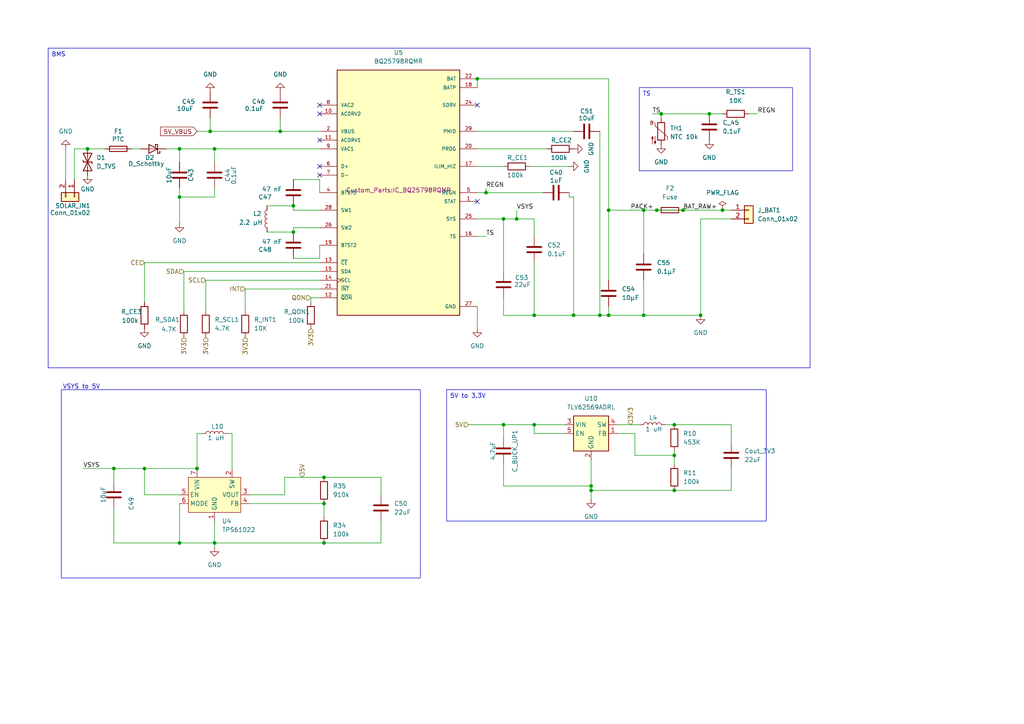
<source format=kicad_sch>
(kicad_sch (version 20250114) (generator "eeschema") (generator_version "9.0")
  (paper "A4")
  (lib_symbols
    (symbol "BQ25798RQMR:BQ25798RQMR" (pin_names (offset 1.016))
      (property "Reference" "U5" (at 0 40.64 0))
      (property "Value" "BQ25798RQMR" (at 0 38.1 0))
      (symbol "BQ25798RQMR_0_0"
        (rectangle (start -17.78 -35.56) (end 17.78 35.56) (stroke (width 0.254)) (fill (type background)))
        (pin input line (at -22.86 25.4 0) (length 5.08) (name "VAC2") (number "8"))
        (pin input line (at -22.86 22.86 0) (length 5.08) (name "ACDRV2") (number "10"))
        (pin input line (at -22.86 17.78 0) (length 5.08) (name "VBUS") (number "2"))
        (pin input line (at -22.86 17.78 0) (length 5.08) (hide yes) (name "VBUS") (number "3"))
        (pin input line (at -22.86 15.24 0) (length 5.08) (name "ACDRV1") (number "11"))
        (pin input line (at -22.86 12.7 0) (length 5.08) (name "VAC1") (number "9"))
        (pin bidirectional line (at -22.86 7.62 0) (length 5.08) (name "D+") (number "6"))
        (pin bidirectional line (at -22.86 5.08 0) (length 5.08) (name "D-") (number "7"))
        (pin input line (at -22.86 0 0) (length 5.08) (name "BTST1") (number "4"))
        (pin passive line (at -22.86 -5.08 0) (length 5.08) (name "SW1") (number "28"))
        (pin passive line (at -22.86 -10.16 0) (length 5.08) (name "SW2") (number "26"))
        (pin output line (at -22.86 -15.24 0) (length 5.08) (name "BTST2") (number "19"))
        (pin input line (at -22.86 -20.32 0) (length 5.08) (name "~{CE}") (number "13"))
        (pin bidirectional line (at -22.86 -22.86 0) (length 5.08) (name "SDA") (number "15"))
        (pin input clock (at -22.86 -25.4 0) (length 5.08) (name "SCL") (number "14"))
        (pin output line (at -22.86 -27.94 0) (length 5.08) (name "~{INT}") (number "21"))
        (pin input line (at -22.86 -30.48 0) (length 5.08) (name "~{QON}") (number "12"))
        (pin power_in line (at 22.86 33.02 180) (length 5.08) (name "BAT") (number "22"))
        (pin power_in line (at 22.86 33.02 180) (length 5.08) (hide yes) (name "BAT") (number "23"))
        (pin power_in line (at 22.86 30.48 180) (length 5.08) (name "BATP") (number "18"))
        (pin output line (at 22.86 25.4 180) (length 5.08) (name "SDRV") (number "24"))
        (pin passive line (at 22.86 17.78 180) (length 5.08) (name "PMID") (number "29"))
        (pin input line (at 22.86 12.7 180) (length 5.08) (name "PROG") (number "20"))
        (pin input line (at 22.86 7.62 180) (length 5.08) (name "ILIM_HIZ") (number "17"))
        (pin output line (at 22.86 0 180) (length 5.08) (name "REGN") (number "5"))
        (pin output line (at 22.86 -2.54 180) (length 5.08) (name "STAT") (number "1"))
        (pin input line (at 22.86 -12.7 180) (length 5.08) (name "TS") (number "16"))
        (pin power_in line (at 22.86 -33.02 180) (length 5.08) (name "GND") (number "27"))
      )
      (symbol "BQ25798RQMR_1_0"
        (pin power_out line (at 22.86 -7.62 180) (length 5.08) (name "SYS") (number "25"))
      )
    )
    (symbol "Connector_Generic:Conn_01x02" (pin_names (offset 1.016) (hide yes))
      (property "Reference" "J" (at 0 2.54 0))
      (property "Value" "Conn_01x02" (at 0 -5.08 0))
      (symbol "Conn_01x02_1_1"
        (rectangle (start -1.27 1.27) (end 1.27 -3.81) (stroke (width 0.254)) (fill (type background)))
        (rectangle (start -1.27 0.127) (end 0 -0.127) (stroke (width 0.1524)))
        (rectangle (start -1.27 -2.413) (end 0 -2.667) (stroke (width 0.1524)))
        (pin passive line (at -5.08 0 0) (length 3.81) (name "Pin_1") (number "1"))
        (pin passive line (at -5.08 -2.54 0) (length 3.81) (name "Pin_2") (number "2"))
      )
    )
    (symbol "Converter_DCDC:TPS61022"
      (property "Reference" "U" (at 0 7.62 0))
      (property "Value" "TPS61022" (at 7.62 -7.62 0))
      (symbol "TPS61022_1_1"
        (rectangle (start -7.62 5.08) (end 7.62 -5.08) (fill (type background)))
        (pin input line (at -10.16 0 0) (length 2.54) (name "EN") (number "5"))
        (pin input line (at -10.16 -2.54 0) (length 2.54) (name "MODE") (number "6"))
        (pin power_in line (at -5.08 7.62 270) (length 2.54) (name "VIN") (number "7"))
        (pin power_in line (at 0 -7.62 90) (length 2.54) (name "GND") (number "1"))
        (pin input line (at 5.08 7.62 270) (length 2.54) (name "SW") (number "2"))
        (pin power_out line (at 10.16 0 180) (length 2.54) (name "VOUT") (number "3"))
        (pin input line (at 10.16 -2.54 180) (length 2.54) (name "FB") (number "4"))
      )
    )
    (symbol "Device:C" (pin_numbers (hide yes)) (pin_names (offset 0.254))
      (property "Reference" "C" (at 0.635 2.54 0))
      (property "Value" "C" (at 0.635 -2.54 0))
      (symbol "C_0_1"
        (polyline (pts (xy -2.032 0.762) (xy 2.032 0.762)) (stroke (width 0.508)))
        (polyline (pts (xy -2.032 -0.762) (xy 2.032 -0.762)) (stroke (width 0.508)))
      )
      (symbol "C_1_1"
        (pin passive line (at 0 3.81 270) (length 2.794) (name "~") (number "1"))
        (pin passive line (at 0 -3.81 90) (length 2.794) (name "~") (number "2"))
      )
    )
    (symbol "Device:D_Schottky" (pin_numbers (hide yes)) (pin_names (offset 1.016) (hide yes))
      (property "Reference" "D" (at 0 2.54 0))
      (property "Value" "D_Schottky" (at 0 -2.54 0))
      (symbol "D_Schottky_0_1"
        (polyline (pts (xy -1.905 0.635) (xy -1.905 1.27) (xy -1.27 1.27) (xy -1.27 -1.27) (xy -0.635 -1.27) (xy -0.635 -0.635)) (stroke (width 0.254)))
        (polyline (pts (xy 1.27 1.27) (xy 1.27 -1.27) (xy -1.27 0) (xy 1.27 1.27)) (stroke (width 0.254)))
        (polyline (pts (xy 1.27 0) (xy -1.27 0)))
      )
      (symbol "D_Schottky_1_1"
        (pin passive line (at -3.81 0 0) (length 2.54) (name "K") (number "1"))
        (pin passive line (at 3.81 0 180) (length 2.54) (name "A") (number "2"))
      )
    )
    (symbol "Device:D_TVS" (pin_numbers (hide yes)) (pin_names (offset 1.016) (hide yes))
      (property "Reference" "D" (at 0 2.54 0))
      (property "Value" "D_TVS" (at 0 -2.54 0))
      (symbol "D_TVS_0_1"
        (polyline (pts (xy -2.54 1.27) (xy -2.54 -1.27) (xy 2.54 1.27) (xy 2.54 -1.27) (xy -2.54 1.27)) (stroke (width 0.254)))
        (polyline (pts (xy 0.508 1.27) (xy 0 1.27) (xy 0 -1.27) (xy -0.508 -1.27)) (stroke (width 0.254)))
        (polyline (pts (xy 1.27 0) (xy -1.27 0)))
      )
      (symbol "D_TVS_1_1"
        (pin passive line (at -3.81 0 0) (length 2.54) (name "A1") (number "1"))
        (pin passive line (at 3.81 0 180) (length 2.54) (name "A2") (number "2"))
      )
    )
    (symbol "Device:Fuse" (pin_numbers (hide yes)) (pin_names (offset 0))
      (property "Reference" "F" (at 2.032 0 90))
      (property "Value" "Fuse" (at -1.905 0 90))
      (symbol "Fuse_0_1"
        (rectangle (start -0.762 -2.54) (end 0.762 2.54) (stroke (width 0.254)))
        (polyline (pts (xy 0 2.54) (xy 0 -2.54)))
      )
      (symbol "Fuse_1_1"
        (pin passive line (at 0 3.81 270) (length 1.27) (name "~") (number "1"))
        (pin passive line (at 0 -3.81 90) (length 1.27) (name "~") (number "2"))
      )
    )
    (symbol "Device:L" (pin_numbers (hide yes)) (pin_names (offset 1.016) (hide yes))
      (property "Reference" "L" (at -1.27 0 90))
      (property "Value" "L" (at 1.905 0 90))
      (symbol "L_0_1"
        (arc (start 0 2.54) (mid 0.6323 1.905) (end 0 1.27))
        (arc (start 0 1.27) (mid 0.6323 0.635) (end 0 0))
        (arc (start 0 0) (mid 0.6323 -0.635) (end 0 -1.27))
        (arc (start 0 -1.27) (mid 0.6323 -1.905) (end 0 -2.54))
      )
      (symbol "L_1_1"
        (pin passive line (at 0 3.81 270) (length 1.27) (name "1") (number "1"))
        (pin passive line (at 0 -3.81 90) (length 1.27) (name "2") (number "2"))
      )
    )
    (symbol "Device:R" (pin_numbers (hide yes)) (pin_names (offset 0))
      (property "Reference" "R" (at 2.032 0 90))
      (property "Value" "R" (at 0 0 90))
      (symbol "R_0_1"
        (rectangle (start -1.016 -2.54) (end 1.016 2.54) (stroke (width 0.254)))
      )
      (symbol "R_1_1"
        (pin passive line (at 0 3.81 270) (length 1.27) (name "~") (number "1"))
        (pin passive line (at 0 -3.81 90) (length 1.27) (name "~") (number "2"))
      )
    )
    (symbol "Device:Thermistor_NTC" (pin_numbers (hide yes)) (pin_names (offset 0))
      (property "Reference" "TH" (at -4.445 0 90))
      (property "Value" "Thermistor_NTC" (at 3.175 0 90))
      (symbol "Thermistor_NTC_0_1"
        (arc (start -3.175 2.413) (mid -3.0506 2.3165) (end -3.048 2.159))
        (arc (start -3.048 2.794) (mid -2.9736 2.9736) (end -2.794 3.048))
        (arc (start -2.794 3.048) (mid -2.6144 2.9736) (end -2.54 2.794))
        (arc (start -2.794 2.54) (mid -2.9736 2.6144) (end -3.048 2.794))
        (arc (start -2.794 1.905) (mid -2.9736 1.9794) (end -3.048 2.159))
        (arc (start -2.54 2.159) (mid -2.6144 1.9794) (end -2.794 1.905))
        (arc (start -2.159 2.794) (mid -2.434 2.5608) (end -2.794 2.54))
        (polyline (pts (xy -2.54 2.159) (xy -2.54 2.794)))
        (polyline (pts (xy -2.54 -3.683) (xy -2.54 -1.397) (xy -2.794 -2.159) (xy -2.286 -2.159) (xy -2.54 -1.397) (xy -2.54 -1.651)) (fill (type outline)))
        (polyline (pts (xy -1.778 2.54) (xy -1.778 1.524) (xy 1.778 -1.524) (xy 1.778 -2.54)))
        (polyline (pts (xy -1.778 -1.397) (xy -1.778 -3.683) (xy -2.032 -2.921) (xy -1.524 -2.921) (xy -1.778 -3.683) (xy -1.778 -3.429)) (fill (type outline)))
        (rectangle (start -1.016 2.54) (end 1.016 -2.54) (stroke (width 0.254)))
      )
      (symbol "Thermistor_NTC_1_1"
        (pin passive line (at 0 3.81 270) (length 1.27) (name "~") (number "1"))
        (pin passive line (at 0 -3.81 90) (length 1.27) (name "~") (number "2"))
      )
    )
    (symbol "Regulator_Switching:TLV62569ADRL"
      (property "Reference" "U" (at -5.08 6.35 0))
      (property "Value" "TLV62569ADRL" (at 0 6.35 0))
      (symbol "TLV62569ADRL_0_1"
        (rectangle (start -5.08 5.08) (end 5.08 -5.08) (stroke (width 0.254)) (fill (type background)))
      )
      (symbol "TLV62569ADRL_1_1"
        (pin power_in line (at -7.62 2.54 0) (length 2.54) (name "VIN") (number "3"))
        (pin input line (at -7.62 0 0) (length 2.54) (name "EN") (number "5"))
        (pin power_in line (at 0 -7.62 90) (length 2.54) (name "GND") (number "2"))
        (pin no_connect line (at 5.08 -2.54 180) (length 2.54) (hide yes) (name "NC") (number "6"))
        (pin power_out line (at 7.62 2.54 180) (length 2.54) (name "SW") (number "4"))
        (pin input line (at 7.62 0 180) (length 2.54) (name "FB") (number "1"))
      )
    )
    (symbol "power:GND" (power) (pin_numbers (hide yes)) (pin_names (offset 0) (hide yes))
      (property "Value" "GND" (at 0 -3.81 0))
      (symbol "GND_0_1"
        (polyline (pts (xy 0 0) (xy 0 -1.27) (xy 1.27 -1.27) (xy 0 -2.54) (xy -1.27 -1.27) (xy 0 -1.27)))
      )
      (symbol "GND_1_1"
        (pin power_in line (at 0 0 270) (length 0) (name "~") (number "1"))
      )
    )
    (symbol "power:PWR_FLAG" (power) (pin_numbers (hide yes)) (pin_names (offset 0) (hide yes))
      (property "Value" "PWR_FLAG" (at 0 3.81 0))
      (symbol "PWR_FLAG_0_0"
        (pin power_out line (at 0 0 90) (length 0) (name "~") (number "1"))
      )
      (symbol "PWR_FLAG_0_1"
        (polyline (pts (xy 0 0) (xy 0 1.27) (xy -1.016 1.905) (xy 0 2.54) (xy 1.016 1.905) (xy 0 1.27)))
      )
    )
  )
  (rectangle (start 17.78 113.03) (end 121.92 167.64))
  (text "VSYS to 5V\n" (at 23.622 112.268 0) (effects (font (size 1.27 1.27))))
  (text_box "TS" (at 185.42 25.4 0) (size 44.45 24.13) (margins 0.9525 0.9525 0.9525 0.9525) (effects (font (size 1.27 1.27)) (justify left top)))
  (text_box "BMS\n" (at 13.97 13.97 0) (size 220.98 92.71) (margins 0.9525 0.9525 0.9525 0.9525) (effects (font (size 1.27 1.27)) (justify left top)))
  (text_box "5V to 3.3V\n" (at 129.54 113.03 0) (size 92.71 38.1) (margins 0.9525 0.9525 0.9525 0.9525) (effects (font (size 1.27 1.27)) (justify left top)))
  (junction (at 203.2 91.44))
  (junction (at 171.45 142.24))
  (junction (at 209.55 60.96))
  (junction (at 62.23 43.18))
  (junction (at 52.07 43.18))
  (junction (at 146.05 123.19))
  (junction (at 33.02 135.89))
  (junction (at 52.07 57.15))
  (junction (at 41.91 135.89))
  (junction (at 195.58 142.24))
  (junction (at 205.74 33.02))
  (junction (at 191.77 33.02))
  (junction (at 146.05 63.5))
  (junction (at 52.07 157.48))
  (junction (at 176.53 60.96))
  (junction (at 186.69 60.96))
  (junction (at 93.98 138.43))
  (junction (at 195.58 132.08))
  (junction (at 195.58 123.19))
  (junction (at 171.45 140.97))
  (junction (at 176.53 91.44))
  (junction (at 81.28 38.1))
  (junction (at 166.37 91.44))
  (junction (at 57.15 135.89))
  (junction (at 85.09 59.69))
  (junction (at 154.94 91.44))
  (junction (at 85.09 67.31))
  (junction (at 140.97 55.88))
  (junction (at 173.99 91.44))
  (junction (at 25.4 43.18))
  (junction (at 154.94 123.19))
  (junction (at 93.98 146.05))
  (junction (at 62.23 157.48))
  (junction (at 149.86 63.5))
  (junction (at 190.5 60.96))
  (junction (at 198.12 60.96))
  (junction (at 138.43 22.86))
  (junction (at 60.96 38.1))
  (junction (at 186.69 91.44))
  (junction (at 93.98 157.48))
  (no_connect (at 92.71 33.02))
  (no_connect (at 92.71 48.26))
  (no_connect (at 92.71 40.64))
  (no_connect (at 92.71 30.48))
  (no_connect (at 138.43 58.42))
  (no_connect (at 92.71 50.8))
  (no_connect (at 138.43 30.48))
  (wire (pts (xy 90.17 87.63) (xy 90.17 86.36)))
  (wire (pts (xy 146.05 140.97) (xy 171.45 140.97)))
  (wire (pts (xy 203.2 91.44) (xy 203.2 63.5)))
  (wire (pts (xy 62.23 157.48) (xy 93.98 157.48)))
  (wire (pts (xy 77.47 67.31) (xy 85.09 67.31)))
  (wire (pts (xy 154.94 68.58) (xy 154.94 63.5)))
  (wire (pts (xy 195.58 142.24) (xy 212.09 142.24)))
  (wire (pts (xy 93.98 146.05) (xy 93.98 149.86)))
  (wire (pts (xy 173.99 38.1) (xy 173.99 91.44)))
  (wire (pts (xy 52.07 143.51) (xy 41.91 143.51)))
  (wire (pts (xy 165.1 48.26) (xy 153.67 48.26)))
  (wire (pts (xy 62.23 43.18) (xy 62.23 46.99)))
  (wire (pts (xy 154.94 91.44) (xy 166.37 91.44)))
  (wire (pts (xy 92.71 74.93) (xy 92.71 71.12)))
  (wire (pts (xy 21.59 52.07) (xy 21.59 43.18)))
  (wire (pts (xy 186.69 60.96) (xy 190.5 60.96)))
  (wire (pts (xy 165.1 57.15) (xy 165.1 55.88)))
  (wire (pts (xy 165.1 57.15) (xy 166.37 57.15)))
  (wire (pts (xy 166.37 91.44) (xy 173.99 91.44)))
  (wire (pts (xy 138.43 22.86) (xy 176.53 22.86)))
  (wire (pts (xy 157.48 55.88) (xy 140.97 55.88)))
  (wire (pts (xy 166.37 57.15) (xy 166.37 91.44)))
  (wire (pts (xy 149.86 63.5) (xy 146.05 63.5)))
  (wire (pts (xy 41.91 143.51) (xy 41.91 135.89)))
  (wire (pts (xy 110.49 138.43) (xy 93.98 138.43)))
  (wire (pts (xy 59.69 81.28) (xy 59.69 90.17)))
  (wire (pts (xy 163.83 125.73) (xy 154.94 125.73)))
  (wire (pts (xy 59.69 81.28) (xy 92.71 81.28)))
  (wire (pts (xy 92.71 76.2) (xy 41.91 76.2)))
  (wire (pts (xy 24.13 135.89) (xy 33.02 135.89)))
  (wire (pts (xy 176.53 60.96) (xy 176.53 81.28)))
  (wire (pts (xy 52.07 43.18) (xy 52.07 46.99)))
  (wire (pts (xy 77.47 59.69) (xy 85.09 59.69)))
  (wire (pts (xy 92.71 52.07) (xy 92.71 55.88)))
  (wire (pts (xy 52.07 57.15) (xy 62.23 57.15)))
  (wire (pts (xy 193.04 123.19) (xy 195.58 123.19)))
  (wire (pts (xy 62.23 43.18) (xy 52.07 43.18)))
  (wire (pts (xy 186.69 81.28) (xy 186.69 91.44)))
  (wire (pts (xy 217.17 33.02) (xy 219.71 33.02)))
  (wire (pts (xy 163.83 123.19) (xy 154.94 123.19)))
  (wire (pts (xy 52.07 146.05) (xy 52.07 157.48)))
  (wire (pts (xy 176.53 91.44) (xy 186.69 91.44)))
  (wire (pts (xy 41.91 76.2) (xy 41.91 87.63)))
  (wire (pts (xy 212.09 135.89) (xy 212.09 142.24)))
  (wire (pts (xy 146.05 123.19) (xy 135.89 123.19)))
  (wire (pts (xy 154.94 123.19) (xy 146.05 123.19)))
  (wire (pts (xy 171.45 140.97) (xy 171.45 142.24)))
  (wire (pts (xy 186.69 60.96) (xy 186.69 73.66)))
  (wire (pts (xy 82.55 138.43) (xy 82.55 143.51)))
  (wire (pts (xy 176.53 60.96) (xy 186.69 60.96)))
  (wire (pts (xy 205.74 33.02) (xy 209.55 33.02)))
  (wire (pts (xy 138.43 48.26) (xy 146.05 48.26)))
  (wire (pts (xy 176.53 60.96) (xy 176.53 22.86)))
  (wire (pts (xy 62.23 54.61) (xy 62.23 57.15)))
  (wire (pts (xy 82.55 138.43) (xy 93.98 138.43)))
  (wire (pts (xy 154.94 76.2) (xy 154.94 91.44)))
  (wire (pts (xy 71.12 83.82) (xy 92.71 83.82)))
  (wire (pts (xy 25.4 43.18) (xy 30.48 43.18)))
  (wire (pts (xy 71.12 83.82) (xy 71.12 90.17)))
  (wire (pts (xy 81.28 38.1) (xy 92.71 38.1)))
  (wire (pts (xy 138.43 22.86) (xy 138.43 25.4)))
  (wire (pts (xy 146.05 134.62) (xy 146.05 140.97)))
  (wire (pts (xy 138.43 68.58) (xy 140.97 68.58)))
  (wire (pts (xy 203.2 63.5) (xy 212.09 63.5)))
  (wire (pts (xy 38.1 43.18) (xy 40.64 43.18)))
  (wire (pts (xy 138.43 43.18) (xy 158.75 43.18)))
  (wire (pts (xy 60.96 38.1) (xy 81.28 38.1)))
  (wire (pts (xy 146.05 78.74) (xy 146.05 63.5)))
  (wire (pts (xy 92.71 78.74) (xy 53.34 78.74)))
  (wire (pts (xy 146.05 127) (xy 146.05 123.19)))
  (wire (pts (xy 19.05 43.18) (xy 19.05 52.07)))
  (wire (pts (xy 212.09 128.27) (xy 212.09 123.19)))
  (wire (pts (xy 33.02 135.89) (xy 33.02 139.7)))
  (wire (pts (xy 67.31 135.89) (xy 67.31 125.73)))
  (wire (pts (xy 195.58 142.24) (xy 171.45 142.24)))
  (wire (pts (xy 173.99 91.44) (xy 176.53 91.44)))
  (wire (pts (xy 67.31 125.73) (xy 66.04 125.73)))
  (wire (pts (xy 186.69 91.44) (xy 203.2 91.44)))
  (wire (pts (xy 82.55 143.51) (xy 72.39 143.51)))
  (wire (pts (xy 62.23 157.48) (xy 62.23 158.75)))
  (wire (pts (xy 198.12 60.96) (xy 190.5 60.96)))
  (wire (pts (xy 179.07 123.19) (xy 185.42 123.19)))
  (wire (pts (xy 212.09 123.19) (xy 195.58 123.19)))
  (wire (pts (xy 195.58 132.08) (xy 195.58 134.62)))
  (wire (pts (xy 179.07 125.73) (xy 184.15 125.73)))
  (wire (pts (xy 209.55 60.96) (xy 212.09 60.96)))
  (wire (pts (xy 62.23 43.18) (xy 92.71 43.18)))
  (wire (pts (xy 52.07 54.61) (xy 52.07 57.15)))
  (wire (pts (xy 81.28 34.29) (xy 81.28 38.1)))
  (wire (pts (xy 33.02 135.89) (xy 41.91 135.89)))
  (wire (pts (xy 184.15 125.73) (xy 184.15 132.08)))
  (wire (pts (xy 176.53 88.9) (xy 176.53 91.44)))
  (wire (pts (xy 195.58 130.81) (xy 195.58 132.08)))
  (wire (pts (xy 171.45 142.24) (xy 171.45 144.78)))
  (wire (pts (xy 85.09 66.04) (xy 92.71 66.04)))
  (wire (pts (xy 52.07 157.48) (xy 62.23 157.48)))
  (wire (pts (xy 140.97 54.61) (xy 140.97 55.88)))
  (wire (pts (xy 85.09 59.69) (xy 85.09 60.96)))
  (wire (pts (xy 166.37 38.1) (xy 138.43 38.1)))
  (wire (pts (xy 48.26 43.18) (xy 52.07 43.18)))
  (wire (pts (xy 41.91 135.89) (xy 57.15 135.89)))
  (wire (pts (xy 53.34 78.74) (xy 53.34 90.17)))
  (wire (pts (xy 57.15 125.73) (xy 57.15 135.89)))
  (wire (pts (xy 191.77 33.02) (xy 205.74 33.02)))
  (wire (pts (xy 58.42 125.73) (xy 57.15 125.73)))
  (wire (pts (xy 110.49 151.13) (xy 110.49 157.48)))
  (wire (pts (xy 33.02 147.32) (xy 33.02 157.48)))
  (wire (pts (xy 85.09 67.31) (xy 85.09 66.04)))
  (wire (pts (xy 62.23 151.13) (xy 62.23 157.48)))
  (wire (pts (xy 85.09 74.93) (xy 92.71 74.93)))
  (wire (pts (xy 57.15 38.1) (xy 60.96 38.1)))
  (wire (pts (xy 138.43 63.5) (xy 146.05 63.5)))
  (wire (pts (xy 191.77 33.02) (xy 191.77 34.29)))
  (wire (pts (xy 85.09 60.96) (xy 92.71 60.96)))
  (wire (pts (xy 85.09 52.07) (xy 92.71 52.07)))
  (wire (pts (xy 110.49 157.48) (xy 93.98 157.48)))
  (wire (pts (xy 90.17 86.36) (xy 92.71 86.36)))
  (wire (pts (xy 146.05 91.44) (xy 154.94 91.44)))
  (wire (pts (xy 72.39 146.05) (xy 93.98 146.05)))
  (wire (pts (xy 21.59 43.18) (xy 25.4 43.18)))
  (wire (pts (xy 198.12 60.96) (xy 209.55 60.96)))
  (wire (pts (xy 154.94 125.73) (xy 154.94 123.19)))
  (wire (pts (xy 184.15 132.08) (xy 195.58 132.08)))
  (wire (pts (xy 110.49 143.51) (xy 110.49 138.43)))
  (wire (pts (xy 138.43 88.9) (xy 138.43 95.25)))
  (wire (pts (xy 154.94 63.5) (xy 149.86 63.5)))
  (wire (pts (xy 140.97 55.88) (xy 138.43 55.88)))
  (wire (pts (xy 33.02 157.48) (xy 52.07 157.48)))
  (wire (pts (xy 189.23 33.02) (xy 191.77 33.02)))
  (wire (pts (xy 171.45 133.35) (xy 171.45 140.97)))
  (wire (pts (xy 149.86 60.96) (xy 149.86 63.5)))
  (wire (pts (xy 52.07 64.77) (xy 52.07 57.15)))
  (wire (pts (xy 146.05 86.36) (xy 146.05 91.44)))
  (wire (pts (xy 60.96 34.29) (xy 60.96 38.1)))
  (label "VSYS" (at 24.13 135.89 0))
  (label "BAT_RAW+" (at 198.12 60.96 0))
  (label "VSYS" (at 149.86 60.96 0))
  (label "PACK+" (at 182.88 60.96 0))
  (label "TS" (at 189.23 33.02 0))
  (label "REGN" (at 140.97 54.61 0))
  (label "REGN" (at 219.71 33.02 0))
  (label "TS" (at 140.97 68.58 0))
  (global_label "5V_VBUS" (shape input) (at 57.15 38.1 180) (property "Intersheetrefs" "${INTERSHEET_REFS}" (effects (hide yes))))
  (hierarchical_label "5V" (shape input) (at 135.89 123.19 180))
  (hierarchical_label "CE" (shape input) (at 41.91 76.2 180))
  (hierarchical_label "SCL" (shape input) (at 59.69 81.28 180))
  (hierarchical_label "SDA" (shape input) (at 53.34 78.74 180))
  (hierarchical_label "3V3" (shape input) (at 71.12 97.79 270))
  (hierarchical_label "3V3" (shape input) (at 59.69 97.79 270))
  (hierarchical_label "3V3" (shape input) (at 90.17 95.25 270))
  (hierarchical_label "QON" (shape input) (at 90.17 86.36 180))
  (hierarchical_label "INT" (shape input) (at 71.12 83.82 180))
  (hierarchical_label "3V3" (shape input) (at 182.88 123.19 90))
  (hierarchical_label "3V3" (shape input) (at 53.34 97.79 270))
  (hierarchical_label "5V" (shape input) (at 87.63 138.43 90))
  (symbol (lib_id "Device:C") (at 85.09 55.88 0) (mirror y) (unit 1)
    (property "Reference" "C47" (at 74.93 57.15 0) (effects (justify right)))
    (property "Value" "47 nF" (at 75.946 54.864 0) (effects (justify right)))
    (property "Footprint" "Capacitor_SMD:C_0402_1005Metric" (effects (hide yes)))
    (property "Description" "Unpolarized capacitor" (effects (hide yes)))
  )
  (symbol (lib_id "Device:L") (at 77.47 63.5 180) (unit 1)
    (property "Reference" "L2" (at 73.406 61.976 0) (effects (justify right)))
    (property "Value" "2.2 µH" (at 69.342 64.516 0) (effects (justify right)))
    (property "Footprint" "Inductor_SMD:L_7.3x7.3_H3.5" (effects (hide yes)))
    (property "Description" "Inductor" (effects (hide yes)))
  )
  (symbol (lib_id "Device:C") (at 186.69 77.47 0) (unit 1)
    (property "Reference" "C55" (at 190.5 76.1999 0) (effects (justify left)))
    (property "Value" "0.1µF" (at 190.5 78.7399 0) (effects (justify left)))
    (property "Footprint" "Capacitor_SMD:C_0402_1005Metric" (effects (hide yes)))
    (property "Description" "Unpolarized capacitor" (effects (hide yes)))
  )
  (symbol (lib_id "Device:R") (at 59.69 93.98 0) (unit 1)
    (property "Reference" "R_SCL1" (at 62.23 92.7099 0) (effects (justify left)))
    (property "Value" "4.7K" (at 62.23 95.2499 0) (effects (justify left)))
    (property "Footprint" "Resistor_SMD:R_0603_1608Metric" (effects (hide yes)))
    (property "Description" "Resistor" (effects (hide yes)))
  )
  (symbol (lib_id "Device:Fuse") (at 194.31 60.96 90) (unit 1)
    (property "Reference" "F2" (at 194.31 54.61 90))
    (property "Value" "Fuse" (at 194.31 57.15 90))
    (property "Footprint" "Fuse:Fuse_1206_3216Metric" (effects (hide yes)))
    (property "Description" "Fuse" (effects (hide yes)))
  )
  (symbol (lib_id "power:GND") (at 62.23 158.75 0) (unit 1)
    (property "Reference" "#PWR0108" (effects (hide yes)))
    (property "Value" "GND" (at 62.23 163.83 0))
    (property "Description" "Power symbol creates a global label with name \"GND\" , ground" (effects (hide yes)))
  )
  (symbol (lib_id "Device:C") (at 81.28 30.48 180) (unit 1)
    (property "Reference" "C46" (at 76.962 29.464 0) (effects (justify left)))
    (property "Value" "0.1uF" (at 76.454 31.496 0) (effects (justify left)))
    (property "Footprint" "Capacitor_SMD:C_0805_2012Metric" (effects (hide yes)))
    (property "Description" "Unpolarized capacitor" (effects (hide yes)))
  )
  (symbol (lib_id "power:GND") (at 165.1 48.26 90) (unit 1)
    (property "Reference" "#PWR040" (effects (hide yes)))
    (property "Value" "GND" (at 170.18 48.26 0))
    (property "Description" "Power symbol creates a global label with name \"GND\" , ground" (effects (hide yes)))
  )
  (symbol (lib_id "power:GND") (at 138.43 95.25 0) (unit 1)
    (property "Reference" "#PWR0105" (effects (hide yes)))
    (property "Value" "GND" (at 138.43 100.33 0))
    (property "Description" "Power symbol creates a global label with name \"GND\" , ground" (effects (hide yes)))
  )
  (symbol (lib_id "Device:R") (at 149.86 48.26 90) (unit 1)
    (property "Reference" "R_CE1" (at 153.162 45.72 90) (effects (justify left)))
    (property "Value" "100k" (at 151.892 50.8 90) (effects (justify left)))
    (property "Footprint" "Resistor_SMD:R_0603_1608Metric" (effects (hide yes)))
    (property "Description" "Resistor" (effects (hide yes)))
  )
  (symbol (lib_id "Device:L") (at 189.23 123.19 90) (unit 1)
    (property "Reference" "L4" (at 188.214 121.158 90) (effects (justify right)))
    (property "Value" "1 uH" (at 187.198 124.46 90) (effects (justify right)))
    (property "Footprint" "Inductor_SMD:L_7.3x7.3_H3.5" (effects (hide yes)))
    (property "Description" "Inductor" (effects (hide yes)))
  )
  (symbol (lib_id "Device:C") (at 146.05 82.55 0) (unit 1)
    (property "Reference" "C53" (at 149.352 80.518 0) (effects (justify left)))
    (property "Value" "22uF" (at 149.098 82.55 0) (effects (justify left)))
    (property "Footprint" "Capacitor_SMD:C_0805_2012Metric" (effects (hide yes)))
    (property "Description" "Unpolarized capacitor" (effects (hide yes)))
  )
  (symbol (lib_id "power:GND") (at 52.07 64.77 0) (unit 1)
    (property "Reference" "#PWR033" (effects (hide yes)))
    (property "Value" "GND" (at 52.07 69.85 0))
    (property "Description" "Power symbol creates a global label with name \"GND\" , ground" (effects (hide yes)))
  )
  (symbol (lib_id "Device:R") (at 195.58 127 0) (unit 1)
    (property "Reference" "R10" (at 198.12 125.7299 0) (effects (justify left)))
    (property "Value" "453K" (at 198.12 128.2699 0) (effects (justify left)))
    (property "Footprint" "Resistor_SMD:R_0603_1608Metric" (effects (hide yes)))
    (property "Description" "Resistor" (effects (hide yes)))
  )
  (symbol (lib_id "Device:L") (at 62.23 125.73 90) (unit 1)
    (property "Reference" "L10" (at 61.214 123.698 90) (effects (justify right)))
    (property "Value" "1 uH" (at 60.198 127 90) (effects (justify right)))
    (property "Footprint" "Inductor_SMD:L_7.3x7.3_H3.5" (effects (hide yes)))
    (property "Description" "Inductor" (effects (hide yes)))
  )
  (symbol (lib_id "power:GND") (at 171.45 144.78 0) (unit 1)
    (property "Reference" "#PWR0104" (effects (hide yes)))
    (property "Value" "GND" (at 171.45 149.86 0))
    (property "Description" "Power symbol creates a global label with name \"GND\" , ground" (effects (hide yes)))
  )
  (symbol (lib_id "power:PWR_FLAG") (at 209.55 60.96 0) (unit 1)
    (property "Reference" "#FLG02" (effects (hide yes)))
    (property "Value" "PWR_FLAG" (at 209.55 55.88 0))
    (property "Description" "Special symbol for telling ERC where power comes from" (effects (hide yes)))
  )
  (symbol (lib_id "Device:C") (at 60.96 30.48 180) (unit 1)
    (property "Reference" "C45" (at 56.642 29.464 0) (effects (justify left)))
    (property "Value" "10uF" (at 56.134 31.496 0) (effects (justify left)))
    (property "Footprint" "Capacitor_SMD:C_0805_2012Metric" (effects (hide yes)))
    (property "Description" "Unpolarized capacitor" (effects (hide yes)))
  )
  (symbol (lib_id "Device:R") (at 213.36 33.02 270) (unit 1)
    (property "Reference" "R_TS1" (at 213.36 26.67 90))
    (property "Value" "10K" (at 213.36 29.21 90))
    (property "Footprint" "Resistor_SMD:R_0603_1608Metric" (effects (hide yes)))
    (property "Description" "Resistor" (effects (hide yes)))
  )
  (symbol (lib_id "Device:C") (at 161.29 55.88 90) (unit 1)
    (property "Reference" "C40" (at 161.29 50.038 90))
    (property "Value" "1uF" (at 161.29 52.324 90))
    (property "Footprint" "Capacitor_SMD:C_0402_1005Metric" (effects (hide yes)))
    (property "Description" "Unpolarized capacitor" (effects (hide yes)))
  )
  (symbol (lib_id "power:GND") (at 19.05 43.18 180) (unit 1)
    (property "Reference" "#PWR037" (effects (hide yes)))
    (property "Value" "GND" (at 19.05 38.1 0))
    (property "Description" "Power symbol creates a global label with name \"GND\" , ground" (effects (hide yes)))
  )
  (symbol (lib_id "power:GND") (at 81.28 26.67 180) (unit 1)
    (property "Reference" "#PWR0107" (effects (hide yes)))
    (property "Value" "GND" (at 81.28 21.59 0))
    (property "Description" "Power symbol creates a global label with name \"GND\" , ground" (effects (hide yes)))
  )
  (symbol (lib_id "Device:Thermistor_NTC") (at 191.77 38.1 0) (unit 1)
    (property "Reference" "TH1" (at 194.31 37.1474 0) (effects (justify left)))
    (property "Value" "NTC 10k" (at 194.31 39.6874 0) (effects (justify left)))
    (property "Footprint" "Resistor_SMD:R_0603_1608Metric" (effects (hide yes)))
    (property "Description" "Temperature dependent resistor, negative temperature coefficient" (effects (hide yes)))
  )
  (symbol (lib_id "Device:C") (at 62.23 50.8 180) (unit 1)
    (property "Reference" "C44" (at 66.04 50.8 90))
    (property "Value" "0.1uF" (at 67.818 50.8 90))
    (property "Footprint" "Capacitor_SMD:C_0603_1608Metric" (effects (hide yes)))
    (property "Description" "Unpolarized capacitor" (effects (hide yes)))
  )
  (symbol (lib_id "power:GND") (at 60.96 26.67 180) (unit 1)
    (property "Reference" "#PWR035" (effects (hide yes)))
    (property "Value" "GND" (at 60.96 21.59 0))
    (property "Description" "Power symbol creates a global label with name \"GND\" , ground" (effects (hide yes)))
  )
  (symbol (lib_id "Device:C") (at 212.09 132.08 0) (unit 1)
    (property "Reference" "Cout_3V3" (at 215.9 130.8099 0) (effects (justify left)))
    (property "Value" "22uF" (at 215.9 133.3499 0) (effects (justify left)))
    (property "Footprint" "Capacitor_SMD:C_0603_1608Metric" (effects (hide yes)))
    (property "Description" "Unpolarized capacitor" (effects (hide yes)))
  )
  (symbol (lib_id "Connector_Generic:Conn_01x02") (at 217.17 60.96 0) (unit 1)
    (property "Reference" "J_BAT1" (at 219.71 60.9599 0) (effects (justify left)))
    (property "Value" "Conn_01x02" (at 219.71 63.4999 0) (effects (justify left)))
    (property "Footprint" "Connector_PinHeader_1.27mm:PinHeader_1x02_P1.27mm_Vertical" (effects (hide yes)))
    (property "Description" "Generic connector, single row, 01x02, script generated (kicad-library-utils/schlib/autogen/connector/)" (effects (hide yes)))
  )
  (symbol (lib_id "Device:C") (at 52.07 50.8 0) (unit 1)
    (property "Reference" "C43" (at 55.372 50.8 90))
    (property "Value" "10uF" (at 49.022 50.8 90))
    (property "Footprint" "Capacitor_SMD:C_0603_1608Metric" (effects (hide yes)))
    (property "Description" "Unpolarized capacitor" (effects (hide yes)))
  )
  (symbol (lib_id "Device:D_TVS") (at 25.4 46.99 90) (unit 1)
    (property "Reference" "D1" (at 27.94 45.7199 90) (effects (justify right)))
    (property "Value" "D_TVS" (at 27.94 48.2599 90) (effects (justify right)))
    (property "Footprint" "Diode_SMD:D_SMA" (effects (hide yes)))
    (property "Description" "Bidirectional transient-voltage-suppression diode" (effects (hide yes)))
  )
  (symbol (lib_id "power:GND") (at 166.37 43.18 90) (unit 1)
    (property "Reference" "#PWR041" (effects (hide yes)))
    (property "Value" "GND" (at 171.45 43.18 0))
    (property "Description" "Power symbol creates a global label with name \"GND\" , ground" (effects (hide yes)))
  )
  (symbol (lib_id "Device:R") (at 162.56 43.18 90) (unit 1)
    (property "Reference" "R_CE2" (at 165.862 40.64 90) (effects (justify left)))
    (property "Value" "100k" (at 164.592 45.72 90) (effects (justify left)))
    (property "Footprint" "Resistor_SMD:R_0603_1608Metric" (effects (hide yes)))
    (property "Description" "Resistor" (effects (hide yes)))
  )
  (symbol (lib_id "Device:C") (at 176.53 85.09 0) (unit 1)
    (property "Reference" "C54" (at 180.34 83.8199 0) (effects (justify left)))
    (property "Value" "10µF" (at 180.34 86.3599 0) (effects (justify left)))
    (property "Footprint" "Capacitor_SMD:C_0603_1608Metric" (effects (hide yes)))
    (property "Description" "Unpolarized capacitor" (effects (hide yes)))
  )
  (symbol (lib_id "Device:D_Schottky") (at 44.45 43.18 180) (unit 1)
    (property "Reference" "D2" (at 43.434 45.72 0))
    (property "Value" "D_Schottky" (at 42.418 47.498 0))
    (property "Footprint" "Diode_SMD:D_SMA" (effects (hide yes)))
    (property "Description" "Schottky diode" (effects (hide yes)))
  )
  (symbol (lib_id "Device:R") (at 93.98 153.67 0) (unit 1)
    (property "Reference" "R34" (at 96.52 152.3999 0) (effects (justify left)))
    (property "Value" "100k" (at 96.52 154.9399 0) (effects (justify left)))
    (property "Footprint" "Resistor_SMD:R_0603_1608Metric" (effects (hide yes)))
    (property "Description" "Resistor" (effects (hide yes)))
  )
  (symbol (lib_id "Regulator_Switching:TLV62569ADRL") (at 171.45 125.73 0) (unit 1)
    (property "Reference" "U10" (at 171.45 115.57 0))
    (property "Value" "TLV62569ADRL" (at 171.45 118.11 0))
    (property "Footprint" "Package_TO_SOT_SMD:SOT-563" (effects (hide yes)))
    (property "Datasheet" "https://www.ti.com/lit/gpn/tlv62569a" (effects (hide yes)))
    (property "Description" "High Efficiency Synchronous Buck Converter with forced PWM, Adjustable Output 0.6V-5.5V, 2A, SOT-563-6" (effects (hide yes)))
  )
  (symbol (lib_id "Device:R") (at 93.98 142.24 0) (unit 1)
    (property "Reference" "R35" (at 96.52 140.9699 0) (effects (justify left)))
    (property "Value" "910k" (at 96.52 143.5099 0) (effects (justify left)))
    (property "Footprint" "Resistor_SMD:R_0603_1608Metric" (effects (hide yes)))
    (property "Description" "Resistor" (effects (hide yes)))
  )
  (symbol (lib_id "Device:R") (at 195.58 138.43 0) (unit 1)
    (property "Reference" "R11" (at 198.12 137.1599 0) (effects (justify left)))
    (property "Value" "100k" (at 198.12 139.6999 0) (effects (justify left)))
    (property "Footprint" "Resistor_SMD:R_0603_1608Metric" (effects (hide yes)))
    (property "Description" "Resistor" (effects (hide yes)))
  )
  (symbol (lib_id "Device:C") (at 33.02 143.51 0) (unit 1)
    (property "Reference" "C49" (at 38.1 146.05 90))
    (property "Value" "10uF" (at 29.972 143.51 90))
    (property "Footprint" "Capacitor_SMD:C_0603_1608Metric" (effects (hide yes)))
    (property "Description" "Unpolarized capacitor" (effects (hide yes)))
  )
  (symbol (lib_id "Device:R") (at 90.17 91.44 0) (unit 1)
    (property "Reference" "R_QON1" (at 82.296 90.424 0) (effects (justify left)))
    (property "Value" "100k" (at 83.566 92.964 0) (effects (justify left)))
    (property "Footprint" "Resistor_SMD:R_0603_1608Metric" (effects (hide yes)))
    (property "Description" "Resistor" (effects (hide yes)))
  )
  (symbol (lib_id "power:GND") (at 41.91 95.25 0) (unit 1)
    (property "Reference" "#PWR039" (effects (hide yes)))
    (property "Value" "GND" (at 41.91 100.33 0))
    (property "Description" "Power symbol creates a global label with name \"GND\" , ground" (effects (hide yes)))
  )
  (symbol (lib_id "power:GND") (at 203.2 91.44 0) (unit 1)
    (property "Reference" "#PWR032" (effects (hide yes)))
    (property "Value" "GND" (at 203.2 96.52 0))
    (property "Description" "Power symbol creates a global label with name \"GND\" , ground" (effects (hide yes)))
  )
  (symbol (lib_id "power:GND") (at 205.74 40.64 0) (unit 1)
    (property "Reference" "#PWR0106" (effects (hide yes)))
    (property "Value" "GND" (at 205.74 45.72 0))
    (property "Description" "Power symbol creates a global label with name \"GND\" , ground" (effects (hide yes)))
  )
  (symbol (lib_id "Device:C") (at 154.94 72.39 0) (unit 1)
    (property "Reference" "C52" (at 158.75 71.1199 0) (effects (justify left)))
    (property "Value" "0.1uF" (at 158.75 73.6599 0) (effects (justify left)))
    (property "Footprint" "Capacitor_SMD:C_0402_1005Metric" (effects (hide yes)))
    (property "Description" "Unpolarized capacitor" (effects (hide yes)))
  )
  (symbol (lib_id "power:GND") (at 25.4 50.8 0) (unit 1)
    (property "Reference" "#PWR038" (effects (hide yes)))
    (property "Value" "GND" (at 25.4 54.864 0))
    (property "Description" "Power symbol creates a global label with name \"GND\" , ground" (effects (hide yes)))
  )
  (symbol (lib_id "Device:C") (at 205.74 36.83 180) (unit 1)
    (property "Reference" "C_45" (at 209.55 35.5599 0) (effects (justify right)))
    (property "Value" "0.1uF" (at 209.55 38.0999 0) (effects (justify right)))
    (property "Footprint" "Capacitor_SMD:C_0603_1608Metric" (effects (hide yes)))
    (property "Description" "Unpolarized capacitor" (effects (hide yes)))
  )
  (symbol (lib_id "Connector_Generic:Conn_01x02") (at 21.59 57.15 270) (unit 1)
    (property "Reference" "SOLAR_IN1" (at 16.002 59.69 90) (effects (justify left)))
    (property "Value" "Conn_01x02" (at 14.478 61.722 90) (effects (justify left)))
    (property "Footprint" "Connector_JST:JST_PH_S2B-PH-K_1x02_P2.00mm_Horizontal" (effects (hide yes)))
    (property "Description" "Generic connector, single row, 01x02, script generated (kicad-library-utils/schlib/autogen/connector/)" (effects (hide yes)))
  )
  (symbol (lib_id "Device:R") (at 53.34 93.98 0) (unit 1)
    (property "Reference" "R_SDA1" (at 44.958 92.71 0) (effects (justify left)))
    (property "Value" "4.7K" (at 46.736 95.504 0) (effects (justify left)))
    (property "Footprint" "Resistor_SMD:R_0603_1608Metric" (effects (hide yes)))
    (property "Description" "Resistor" (effects (hide yes)))
  )
  (symbol (lib_id "BQ25798RQMR:BQ25798RQMR") (at 115.57 55.88 0) (unit 1)
    (property "Reference" "U5" (at 115.57 15.24 0))
    (property "Value" "BQ25798RQMR" (at 115.57 17.78 0))
    (property "Footprint" "Custom_Parts:IC_BQ25798RQMR" (at 115.57 55.88 0) (effects (justify bottom)))
    (property "MF" "Texas Instruments" (effects (hide yes)))
    (property "MAXIMUM_PACKAGE_HEIGHT" "1.0mm" (effects (hide yes)))
    (property "Package" "VFQFN-29 Texas Instruments" (effects (hide yes)))
    (property "Price" "None" (effects (hide yes)))
    (property "Check_prices" "https://www.snapeda.com/parts/BQ25798RQMR/Texas+Instruments/view-part/?ref=eda" (effects (hide yes)))
    (property "STANDARD" "Manufacturer Recommendations" (effects (hide yes)))
    (property "PARTREV" "B" (effects (hide yes)))
    (property "SnapEDA_Link" "https://www.snapeda.com/parts/BQ25798RQMR/Texas+Instruments/view-part/?ref=snap" (effects (hide yes)))
    (property "MP" "BQ25798RQMR" (effects (hide yes)))
    (property "Description_1" "I²C controlled, 1-4-cell, 5-A buck-boost solar battery charger with dual-input selector and MPPT" (effects (hide yes)))
    (property "MANUFACTURER" "Texas Instruments" (effects (hide yes)))
    (property "Availability" "In Stock" (effects (hide yes)))
    (property "SNAPEDA_PN" "BQ25798RQMR" (effects (hide yes)))
  )
  (symbol (lib_id "Converter_DCDC:TPS61022") (at 62.23 143.51 0) (unit 1)
    (property "Reference" "U4" (at 64.3733 151.13 0) (effects (justify left)))
    (property "Value" "TPS61022" (at 64.3733 153.67 0) (effects (justify left)))
    (property "Footprint" "Package_DFN_QFN:Texas_RWU0007A_VQFN-7_2x2mm_P0.5mm" (effects (hide yes)))
    (property "Datasheet" "https://www.ti.com/lit/ds/symlink/tps61022.pdf" (effects (hide yes)))
    (property "Description" "8A Boost Converter, 0.5-5.5 V input, 2.2-5.5V output, Texas RWU0007A VQFN-7" (effects (hide yes)))
  )
  (symbol (lib_id "Device:C") (at 110.49 147.32 0) (unit 1)
    (property "Reference" "C50" (at 114.3 146.0499 0) (effects (justify left)))
    (property "Value" "22uF" (at 114.3 148.5899 0) (effects (justify left)))
    (property "Footprint" "Capacitor_SMD:C_0603_1608Metric" (effects (hide yes)))
    (property "Description" "Unpolarized capacitor" (effects (hide yes)))
  )
  (symbol (lib_id "Device:C") (at 170.18 38.1 90) (unit 1)
    (property "Reference" "C51" (at 170.18 32.258 90))
    (property "Value" "10uF" (at 170.18 34.29 90))
    (property "Footprint" "Capacitor_SMD:C_0805_2012Metric" (effects (hide yes)))
    (property "Description" "Unpolarized capacitor" (effects (hide yes)))
  )
  (symbol (lib_id "Device:R") (at 41.91 91.44 0) (unit 1)
    (property "Reference" "R_CE3" (at 35.052 90.424 0) (effects (justify left)))
    (property "Value" "100k" (at 35.306 92.964 0) (effects (justify left)))
    (property "Footprint" "Resistor_SMD:R_0603_1608Metric" (effects (hide yes)))
    (property "Description" "Resistor" (effects (hide yes)))
  )
  (symbol (lib_id "Device:C") (at 85.09 71.12 0) (mirror y) (unit 1)
    (property "Reference" "C48" (at 74.93 72.39 0) (effects (justify right)))
    (property "Value" "47 nF" (at 75.946 70.104 0) (effects (justify right)))
    (property "Footprint" "Capacitor_SMD:C_0402_1005Metric" (effects (hide yes)))
    (property "Description" "Unpolarized capacitor" (effects (hide yes)))
  )
  (symbol (lib_id "power:GND") (at 191.77 41.91 0) (unit 1)
    (property "Reference" "#PWR042" (effects (hide yes)))
    (property "Value" "GND" (at 191.77 46.99 0))
    (property "Description" "Power symbol creates a global label with name \"GND\" , ground" (effects (hide yes)))
  )
  (symbol (lib_id "Device:Fuse") (at 34.29 43.18 90) (unit 1)
    (property "Reference" "F1" (at 34.29 38.1 90))
    (property "Value" "PTC" (at 34.29 40.386 90))
    (property "Footprint" "Fuse:Fuse_1206_3216Metric" (effects (hide yes)))
    (property "Description" "Fuse" (effects (hide yes)))
  )
  (symbol (lib_id "Device:C") (at 146.05 130.81 0) (unit 1)
    (property "Reference" "C_BUCK_UP1" (at 149.352 130.81 90))
    (property "Value" "4.7uF" (at 143.002 130.81 90))
    (property "Footprint" "Capacitor_SMD:C_0603_1608Metric" (effects (hide yes)))
    (property "Description" "Unpolarized capacitor" (effects (hide yes)))
  )
  (symbol (lib_id "Device:R") (at 71.12 93.98 0) (unit 1)
    (property "Reference" "R_INT1" (at 73.66 92.7099 0) (effects (justify left)))
    (property "Value" "10K" (at 73.66 95.2499 0) (effects (justify left)))
    (property "Footprint" "Resistor_SMD:R_0603_1608Metric" (effects (hide yes)))
    (property "Description" "Resistor" (effects (hide yes)))
  )
)
</source>
